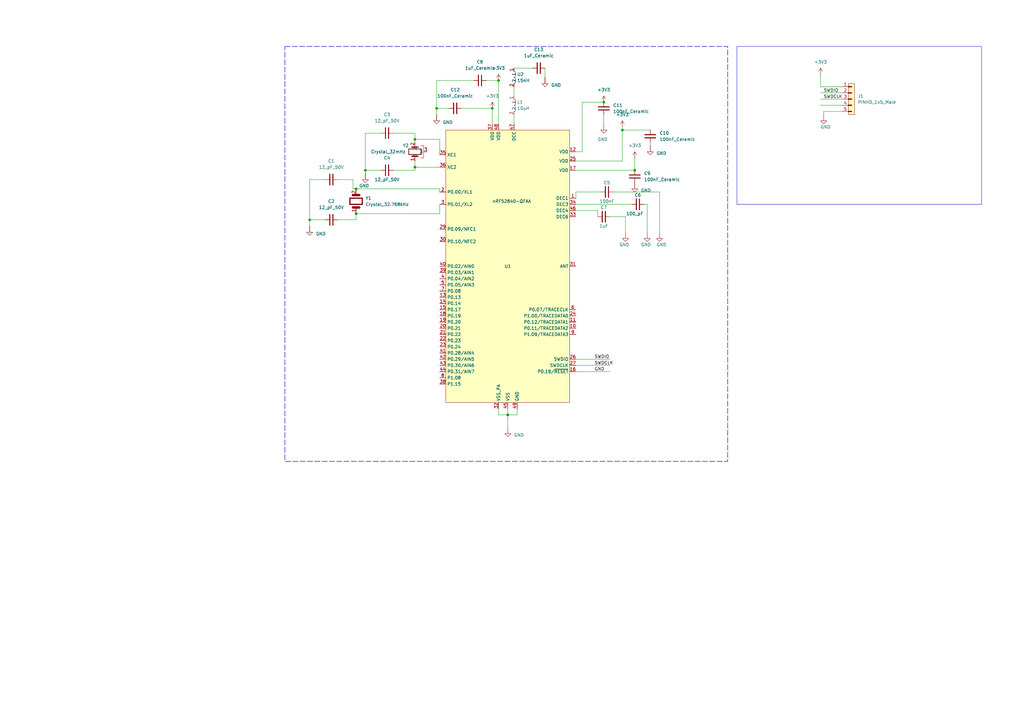
<source format=kicad_sch>
(kicad_sch (version 20230121) (generator eeschema)
  (paper "A3")
  (lib_symbols
    (symbol "CAP:100_pF_Ceramic"
      (property "Reference" "C" (at 0 7.62 0))
      (property "Value" "100_pF_Ceramic" (at 0 5.08 0))
      (symbol "100_pF_Ceramic_0_1"
        (rectangle (start -0.762 2.286) (end -0.508 -2.286) (fill (type outline)))
        (rectangle (start 0.508 2.286) (end 0.762 -2.286) (fill (type outline)))
      )
      (symbol "100_pF_Ceramic_1_1"
        (pin passive line (at -2.54 0 0) (length 2) (name "~") (number "1"))
        (pin input line (at 2.54 0 180) (length 2) (name "~") (number "2"))
      )
    )
    (symbol "CAP:12_pF_±2%_50V"
      (property "Reference" "C" (at 0 2.54 0))
      (property "Value" "12_pF_50V" (at 0 0 0))
      (symbol "12_pF_±2%_50V_0_1"
        (rectangle (start -0.762 -2.794) (end -0.508 -7.366) (fill (type outline)))
        (rectangle (start 0.508 -2.794) (end 0.762 -7.366) (fill (type outline)))
      )
      (symbol "12_pF_±2%_50V_1_1"
        (pin passive line (at -2.54 -5.08 0) (length 2) (name "~") (number "1"))
        (pin input line (at 2.54 -5.08 180) (length 2) (name "~") (number "2"))
      )
    )
    (symbol "CAP:1uF_Ceramic"
      (property "Reference" "C" (at 0 6.35 0))
      (property "Value" "1uF_Ceramic" (at 0 3.81 0))
      (symbol "1uF_Ceramic_0_1"
        (rectangle (start -0.762 2.286) (end -0.508 -2.286) (fill (type outline)))
        (rectangle (start 0.508 2.286) (end 0.762 -2.286) (fill (type outline)))
      )
      (symbol "1uF_Ceramic_1_1"
        (pin passive line (at -2.54 0 0) (length 2) (name "~") (number "1"))
        (pin input line (at 2.54 0 180) (length 2) (name "~") (number "2"))
      )
    )
    (symbol "CRIS:Crystal_32mHz"
      (property "Reference" "Y" (at 0 6.35 0))
      (property "Value" "Crystal_32mHz" (at 0 3.81 0))
      (symbol "Crystal_32mHz_0_1"
        (rectangle (start -1.143 2.54) (end 1.143 -2.54) (stroke (width 0.3048)))
        (polyline (pts (xy -2.54 0) (xy -1.905 0)))
        (polyline (pts (xy -1.905 -1.27) (xy -1.905 1.27)) (stroke (width 0.508)))
        (polyline (pts (xy 0 -3.81) (xy 0 -3.556)))
        (polyline (pts (xy 1.905 0) (xy 2.54 0)))
        (polyline (pts (xy 1.905 1.27) (xy 1.905 -1.27)) (stroke (width 0.508)))
        (polyline (pts (xy -2.54 -2.286) (xy -2.54 -3.556) (xy 2.54 -3.556) (xy 2.54 -2.286)))
      )
      (symbol "Crystal_32mHz_1_1"
        (pin passive line (at -3.81 0 0) (length 1.27) (name "1") (number "1"))
        (pin passive line (at 3.81 0 180) (length 1.27) (name "2") (number "2"))
        (pin passive line (at 0 -5.08 90) (length 1.27) (name "3") (number "3"))
      )
    )
    (symbol "Inductor:Inductor 10uH"
      (property "Reference" "L" (at 0 2.54 0))
      (property "Value" "10uH" (at -2.54 -2.54 90))
      (symbol "Inductor 10uH_0_1"
        (arc (start 0 -5.08) (mid 0.6323 -4.445) (end 0 -3.81))
        (arc (start 0 -3.81) (mid 0.6323 -3.175) (end 0 -2.54))
        (arc (start 0 -2.54) (mid 0.6323 -1.905) (end 0 -1.27))
        (arc (start 0 -1.27) (mid 0.6323 -0.635) (end 0 0))
      )
      (symbol "Inductor 10uH_1_1"
        (pin passive line (at 0 1.27 270) (length 1.27) (name "1") (number "1"))
        (pin passive line (at 0 -6.35 90) (length 1.27) (name "2") (number "2"))
      )
    )
    (symbol "Inductor:Inductor_15nH"
      (property "Reference" "U" (at 2.54 -1.27 0))
      (property "Value" "15nH" (at -2.54 -1.27 90))
      (symbol "Inductor_15nH_0_1"
        (arc (start 0 -3.81) (mid 0.6323 -3.175) (end 0 -2.54))
        (arc (start 0 -2.54) (mid 0.6323 -1.905) (end 0 -1.27))
        (arc (start 0 -1.27) (mid 0.6323 -0.635) (end 0 0))
        (arc (start 0 0) (mid 0.6323 0.635) (end 0 1.27))
      )
      (symbol "Inductor_15nH_1_1"
        (pin passive line (at 0 2.54 270) (length 1.27) (name "1") (number "1"))
        (pin passive line (at 0 -5.08 90) (length 1.27) (name "2") (number "2"))
      )
    )
    (symbol "PCM_SL_Capacitors:100nF_Ceramic"
      (property "Reference" "C" (at 0 6.35 0))
      (property "Value" "100nF_Ceramic" (at 0 3.81 0))
      (symbol "100nF_Ceramic_0_1"
        (rectangle (start -0.762 2.286) (end -0.508 -2.286) (fill (type outline)))
        (rectangle (start 0.508 2.286) (end 0.762 -2.286) (fill (type outline)))
      )
      (symbol "100nF_Ceramic_1_1"
        (pin passive line (at -2.54 0 0) (length 2) (name "~") (number "1"))
        (pin input line (at 2.54 0 180) (length 2) (name "~") (number "2"))
      )
    )
    (symbol "PCM_SL_Devices:Crystal_32.768kHz"
      (property "Reference" "Y" (at 0 7.62 0))
      (property "Value" "Crystal_32.768kHz" (at 0 5.08 0))
      (symbol "Crystal_32.768kHz_0_1"
        (rectangle (start -1.27 2.54) (end 1.27 -2.54) (stroke (width 0.5)))
        (polyline (pts (xy -2.54 1.27) (xy -2.54 -1.27)) (stroke (width 1)))
        (polyline (pts (xy 2.54 1.27) (xy 2.54 -1.27)) (stroke (width 1)))
      )
      (symbol "Crystal_32.768kHz_1_1"
        (pin passive line (at -5.08 0 0) (length 2.54) (name "") (number "1"))
        (pin passive line (at 5.08 0 180) (length 2.54) (name "") (number "2"))
      )
    )
    (symbol "PCM_SL_Pin_Headers:PINHD_1x5_Male"
      (property "Reference" "J" (at 0 10.16 0))
      (property "Value" "PINHD_1x5_Male" (at 0 7.62 0))
      (symbol "PINHD_1x5_Male_0_1"
        (rectangle (start -1.27 6.35) (end 1.27 -6.35) (fill (type background)))
        (polyline (pts (xy -1.27 -5.08) (xy 0 -5.08)) (stroke (width 0.3)))
        (polyline (pts (xy -1.27 -5.08) (xy 0 -5.08)) (stroke (width 0.5)))
        (polyline (pts (xy -1.27 -2.54) (xy 0 -2.54)) (stroke (width 0.3)))
        (polyline (pts (xy -1.27 -2.54) (xy 0 -2.54)) (stroke (width 0.5)))
        (polyline (pts (xy -1.27 0) (xy 0 0)) (stroke (width 0.3)))
        (polyline (pts (xy -1.27 0) (xy 0 0)) (stroke (width 0.5)))
        (polyline (pts (xy -1.27 2.54) (xy 0 2.54)) (stroke (width 0.3)))
        (polyline (pts (xy -1.27 2.54) (xy 0 2.54)) (stroke (width 0.5)))
        (polyline (pts (xy -1.27 5.08) (xy 0 5.08)) (stroke (width 0.3)))
        (polyline (pts (xy -1.27 5.08) (xy 0 5.08)) (stroke (width 0.5)))
      )
      (symbol "PINHD_1x5_Male_1_1"
        (pin passive line (at -3.81 5.08 0) (length 2.54) (name "") (number "1"))
        (pin passive line (at -3.81 2.54 0) (length 2.54) (name "") (number "2"))
        (pin passive line (at -3.81 0 0) (length 2.54) (name "") (number "3"))
        (pin passive line (at -3.81 -2.54 0) (length 2.54) (name "") (number "4"))
        (pin passive line (at -3.81 -5.08 0) (length 2.54) (name "") (number "5"))
      )
    )
    (symbol "POWER:GND" (power) (in_bom no) (on_board no)
      (property "Value" "GND" (at 0 0 0))
      (symbol "GND_0_1"
        (polyline (pts (xy 0 -3.81) (xy -1.27 -3.81) (xy 0 -5.08) (xy 1.27 -3.81) (xy 0 -3.81)))
      )
      (symbol "GND_1_1"
        (pin input line (at 0 -1.27 270) (length 2.54) (name "") (number ""))
      )
    )
    (symbol "nordic-lib-kicad-nrf52:nRF52840-QFAA"
      (property "Reference" "U" (at 0 0 0))
      (property "Value" "nRF52840-QFAA" (at 0 -2.54 0))
      (symbol "nRF52840-QFAA_0_0"
        (pin unspecified line (at 27.94 -25.4 180) (length 2.54) (name "P0.11/TRACEDATA2") (number "10"))
        (pin unspecified line (at 27.94 -22.86 180) (length 2.54) (name "P0.12/TRACEDATA1") (number "11"))
        (pin unspecified line (at -27.94 -12.7 0) (length 2.54) (name "P0.13") (number "13"))
        (pin unspecified line (at -27.94 -15.24 0) (length 2.54) (name "P0.14") (number "14"))
        (pin unspecified line (at -27.94 -17.78 0) (length 2.54) (name "P0.17") (number "15"))
        (pin unspecified line (at 27.94 39.37 180) (length 2.54) (name "VDD") (number "17"))
        (pin unspecified line (at -27.94 -20.32 0) (length 2.54) (name "P0.19") (number "18"))
        (pin unspecified line (at -27.94 -22.86 0) (length 2.54) (name "P0.20") (number "19"))
        (pin unspecified line (at -27.94 30.48 0) (length 2.54) (name "P0.00/XL1") (number "2"))
        (pin unspecified line (at -27.94 -25.4 0) (length 2.54) (name "P0.21") (number "20"))
        (pin unspecified line (at -27.94 -27.94 0) (length 2.54) (name "P0.22") (number "21"))
        (pin unspecified line (at -27.94 -30.48 0) (length 2.54) (name "P0.23") (number "22"))
        (pin unspecified line (at -27.94 -33.02 0) (length 2.54) (name "P0.24") (number "23"))
        (pin unspecified line (at 27.94 -20.32 180) (length 2.54) (name "P1.00/TRACEDATA0") (number "24"))
        (pin unspecified line (at 27.94 -38.1 180) (length 2.54) (name "SWDIO") (number "26"))
        (pin unspecified line (at 27.94 -40.64 180) (length 2.54) (name "SWDCLK") (number "27"))
        (pin unspecified line (at -27.94 15.24 0) (length 2.54) (name "P0.09/NFC1") (number "29"))
        (pin unspecified line (at -27.94 25.4 0) (length 2.54) (name "P0.01/XL2") (number "3"))
        (pin unspecified line (at -27.94 10.16 0) (length 2.54) (name "P0.10/NFC2") (number "30"))
        (pin unspecified line (at 27.94 0 180) (length 2.54) (name "ANT") (number "31"))
        (pin unspecified line (at -27.94 45.72 0) (length 2.54) (name "XC1") (number "35"))
        (pin unspecified line (at -27.94 40.64 0) (length 2.54) (name "XC2") (number "36"))
        (pin unspecified line (at -27.94 -48.26 0) (length 2.54) (name "P1.15") (number "38"))
        (pin unspecified line (at -27.94 -2.54 0) (length 2.54) (name "P0.03/AIN1") (number "39"))
        (pin unspecified line (at -27.94 -5.08 0) (length 2.54) (name "P0.04/AIN2") (number "4"))
        (pin unspecified line (at -27.94 0 0) (length 2.54) (name "P0.02/AIN0") (number "40"))
        (pin unspecified line (at -27.94 -35.56 0) (length 2.54) (name "P0.28/AIN4") (number "41"))
        (pin unspecified line (at -27.94 -38.1 0) (length 2.54) (name "P0.29/AIN5") (number "42"))
        (pin unspecified line (at -27.94 -40.64 0) (length 2.54) (name "P0.30/AIN6") (number "43"))
        (pin unspecified line (at -27.94 -43.18 0) (length 2.54) (name "P0.31/AIN7") (number "44"))
        (pin unspecified line (at 0 -58.42 90) (length 2.54) (name "VSS") (number "45"))
        (pin unspecified line (at 2.54 58.42 270) (length 2.54) (name "DCC") (number "47"))
        (pin unspecified line (at -27.94 -7.62 0) (length 2.54) (name "P0.05/AIN3") (number "5"))
        (pin unspecified line (at 27.94 -17.78 180) (length 2.54) (name "P0.07/TRACECLK") (number "6"))
        (pin unspecified line (at -27.94 -10.16 0) (length 2.54) (name "P0.08") (number "7"))
        (pin unspecified line (at -27.94 -45.72 0) (length 2.54) (name "P1.08") (number "8"))
        (pin unspecified line (at 27.94 -27.94 180) (length 2.54) (name "P1.09/TRACEDATA3") (number "9"))
      )
      (symbol "nRF52840-QFAA_1_0"
        (pin unspecified line (at 27.94 27.94 180) (length 2.54) (name "DEC1") (number "1"))
        (pin unspecified line (at 27.94 46.99 180) (length 2.54) (name "VDD") (number "12"))
        (pin unspecified line (at 27.94 -43.18 180) (length 2.54) (name "P0.18/~{RESET}") (number "16"))
        (pin unspecified line (at 27.94 43.18 180) (length 2.54) (name "VDD") (number "25"))
        (pin no_connect line (at 0 -38.1 90) (length 2.54) hide (name "NC") (number "28"))
        (pin unspecified line (at -3.81 -58.42 90) (length 2.54) (name "VSS_PA") (number "32"))
        (pin unspecified line (at 27.94 20.32 180) (length 2.54) (name "DEC6") (number "33"))
        (pin unspecified line (at 27.94 25.4 180) (length 2.54) (name "DEC3") (number "34"))
        (pin unspecified line (at -6.35 58.42 270) (length 2.54) (name "VDD") (number "37"))
        (pin unspecified line (at 27.94 22.86 180) (length 2.54) (name "DEC4") (number "46"))
        (pin unspecified line (at -3.81 58.42 270) (length 2.54) (name "VDD") (number "48"))
        (pin unspecified line (at 3.81 -58.42 90) (length 2.54) (name "GND") (number "49"))
      )
      (symbol "nRF52840-QFAA_1_1"
        (rectangle (start -25.4 55.88) (end 25.4 -55.88) (fill (type background)))
      )
    )
    (symbol "power:+3V3" (power) (pin_names (offset 0))
      (property "Value" "+3V3" (at 0 3.556 0))
      (symbol "+3V3_0_1"
        (polyline (pts (xy -0.762 1.27) (xy 0 2.54)))
        (polyline (pts (xy 0 0) (xy 0 2.54)))
        (polyline (pts (xy 0 2.54) (xy 0.762 1.27)))
      )
      (symbol "+3V3_1_1"
        (pin power_in line (at 0 0 90) (length 0) hide (name "+3V3") (number "1"))
      )
    )
  )
  (junction (at 170.18 68.58))
  (junction (at 255.27 53.34))
  (junction (at 179.07 44.45))
  (junction (at 260.35 69.85))
  (junction (at 201.93 44.45))
  (junction (at 149.86 69.85))
  (junction (at 208.28 170.18))
  (junction (at 146.05 77.47))
  (junction (at 170.18 57.15))
  (junction (at 204.47 33.02))
  (junction (at 127 90.17))
  (junction (at 146.05 87.63))
  (junction (at 247.65 41.91))
  (wire (pts (xy 336.55 38.1) (xy 345.44 38.1)))
  (wire (pts (xy 336.55 40.64) (xy 345.44 40.64)))
  (wire (pts (xy 149.86 54.61) (xy 149.86 69.85)))
  (wire (pts (xy 170.18 54.61) (xy 170.18 57.15)))
  (wire (pts (xy 236.22 147.32) (xy 250.19 147.32)))
  (wire (pts (xy 146.05 90.17) (xy 146.05 87.63)))
  (wire (pts (xy 336.55 35.56) (xy 336.55 30.48)))
  (wire (pts (xy 236.22 149.86) (xy 250.19 149.86)))
  (wire (pts (xy 266.7 53.34) (xy 255.27 53.34)))
  (wire (pts (xy 180.34 87.63) (xy 146.05 87.63)))
  (wire (pts (xy 161.29 69.85) (xy 170.18 69.85)))
  (wire (pts (xy 180.34 57.15) (xy 170.18 57.15)))
  (wire (pts (xy 270.51 78.74) (xy 270.51 95.25)))
  (wire (pts (xy 259.08 83.82) (xy 236.22 83.82)))
  (wire (pts (xy 212.09 167.64) (xy 212.09 170.18)))
  (wire (pts (xy 266.7 58.42) (xy 266.7 59.69)))
  (wire (pts (xy 204.47 170.18) (xy 208.28 170.18)))
  (wire (pts (xy 236.22 152.4) (xy 250.19 152.4)))
  (wire (pts (xy 247.65 41.91) (xy 238.76 41.91)))
  (wire (pts (xy 180.34 77.47) (xy 180.34 78.74)))
  (wire (pts (xy 184.15 44.45) (xy 179.07 44.45)))
  (wire (pts (xy 201.93 50.8) (xy 201.93 44.45)))
  (wire (pts (xy 250.19 88.9) (xy 256.54 88.9)))
  (wire (pts (xy 247.65 46.99) (xy 247.65 50.8)))
  (wire (pts (xy 337.82 45.72) (xy 337.82 46.99)))
  (wire (pts (xy 345.44 35.56) (xy 336.55 35.56)))
  (wire (pts (xy 127 73.66) (xy 133.35 73.66)))
  (wire (pts (xy 144.78 73.66) (xy 144.78 77.47)))
  (wire (pts (xy 161.29 54.61) (xy 170.18 54.61)))
  (wire (pts (xy 204.47 167.64) (xy 204.47 170.18)))
  (wire (pts (xy 133.35 90.17) (xy 127 90.17)))
  (wire (pts (xy 127 73.66) (xy 127 90.17)))
  (wire (pts (xy 170.18 58.42) (xy 170.18 57.15)))
  (wire (pts (xy 260.35 64.77) (xy 260.35 69.85)))
  (wire (pts (xy 236.22 66.04) (xy 255.27 66.04)))
  (wire (pts (xy 180.34 68.58) (xy 170.18 68.58)))
  (wire (pts (xy 236.22 78.74) (xy 246.38 78.74)))
  (wire (pts (xy 208.28 167.64) (xy 208.28 170.18)))
  (wire (pts (xy 245.11 86.36) (xy 245.11 88.9)))
  (wire (pts (xy 236.22 78.74) (xy 236.22 81.28)))
  (wire (pts (xy 138.43 73.66) (xy 144.78 73.66)))
  (wire (pts (xy 201.93 44.45) (xy 189.23 44.45)))
  (wire (pts (xy 265.43 83.82) (xy 265.43 95.25)))
  (wire (pts (xy 179.07 46.99) (xy 179.07 44.45)))
  (wire (pts (xy 204.47 33.02) (xy 199.39 33.02)))
  (wire (pts (xy 149.86 69.85) (xy 156.21 69.85)))
  (wire (pts (xy 208.28 170.18) (xy 208.28 175.26)))
  (wire (pts (xy 210.82 27.94) (xy 218.44 27.94)))
  (wire (pts (xy 210.82 46.99) (xy 210.82 50.8)))
  (wire (pts (xy 336.55 43.18) (xy 345.44 43.18)))
  (wire (pts (xy 138.43 90.17) (xy 146.05 90.17)))
  (wire (pts (xy 180.34 87.63) (xy 180.34 83.82)))
  (wire (pts (xy 236.22 69.85) (xy 260.35 69.85)))
  (wire (pts (xy 170.18 66.04) (xy 170.18 68.58)))
  (wire (pts (xy 264.16 83.82) (xy 265.43 83.82)))
  (wire (pts (xy 208.28 170.18) (xy 212.09 170.18)))
  (wire (pts (xy 156.21 54.61) (xy 149.86 54.61)))
  (wire (pts (xy 251.46 78.74) (xy 270.51 78.74)))
  (wire (pts (xy 238.76 62.23) (xy 238.76 41.91)))
  (wire (pts (xy 204.47 50.8) (xy 204.47 33.02)))
  (wire (pts (xy 179.07 33.02) (xy 194.31 33.02)))
  (wire (pts (xy 223.52 27.94) (xy 223.52 31.75)))
  (wire (pts (xy 210.82 35.56) (xy 210.82 39.37)))
  (wire (pts (xy 170.18 68.58) (xy 170.18 69.85)))
  (wire (pts (xy 179.07 33.02) (xy 179.07 44.45)))
  (wire (pts (xy 255.27 53.34) (xy 255.27 66.04)))
  (wire (pts (xy 236.22 62.23) (xy 238.76 62.23)))
  (wire (pts (xy 345.44 45.72) (xy 337.82 45.72)))
  (wire (pts (xy 236.22 86.36) (xy 245.11 86.36)))
  (wire (pts (xy 256.54 88.9) (xy 256.54 95.25)))
  (wire (pts (xy 180.34 77.47) (xy 146.05 77.47)))
  (wire (pts (xy 180.34 63.5) (xy 180.34 57.15)))
  (wire (pts (xy 144.78 77.47) (xy 146.05 77.47)))
  (wire (pts (xy 255.27 52.07) (xy 255.27 53.34)))
  (wire (pts (xy 127 90.17) (xy 127 92.71)))
  (wire (pts (xy 149.86 69.85) (xy 149.86 71.12)))
  (rectangle (start 302.26 19.05) (end 402.59 83.82))
  (rectangle (start 116.84 19.05) (end 298.45 189.23) (stroke (width 0.2) (type dash)))
  (label "GND" (at 243.84 152.4 0))
  (label "SWDIO" (at 337.82 38.1 0))
  (label "SWDCLK" (at 337.82 40.64 0))
  (label "SWDIO" (at 243.84 147.32 0))
  (label "SWDCLK" (at 243.84 149.86 0))
  (symbol (lib_id "CAP:100_pF_Ceramic") (at 261.62 83.82 0) (unit 1)
    (property "Reference" "C6" (at 261.62 80.01 0))
    (property "Value" "100_pF" (at 260.35 87.63 0))
  )
  (symbol (lib_id "power:+3V3") (at 255.27 52.07 0) (unit 1)
    (property "Reference" "#PWR02" (effects hide))
    (property "Value" "+3V3" (at 255.27 46.99 0))
  )
  (symbol (lib_id "power:+3V3") (at 204.47 33.02 0) (unit 1)
    (property "Reference" "#PWR04" (effects hide))
    (property "Value" "+3V3" (at 204.47 27.94 0))
  )
  (symbol (lib_id "POWER:GND") (at 337.82 45.72 0) (unit 1) (in_bom no) (on_board no)
    (property "Reference" "GND012" (effects hide))
    (property "Value" "GND" (at 336.55 52.07 0) (effects (justify left)))
  )
  (symbol (lib_id "PCM_SL_Devices:Crystal_32.768kHz") (at 146.05 82.55 90) (unit 1)
    (property "Reference" "Y1" (at 149.86 81.28 90) (effects (justify right)))
    (property "Value" "Crystal_32.768kHz" (at 149.86 83.82 90) (effects (justify right)))
    (property "Footprint" "Crystal:Crystal_AT310_D3.0mm_L10.0mm_Horizontal" (effects hide))
  )
  (symbol (lib_id "Inductor:Inductor 10uH") (at 210.82 40.64 0) (unit 1)
    (property "Reference" "L1" (at 212.09 41.91 0) (effects (justify left)))
    (property "Value" "10uH" (at 212.09 44.45 0) (effects (justify left)))
  )
  (symbol (lib_id "PCM_SL_Capacitors:100nF_Ceramic") (at 266.7 55.88 90) (unit 1)
    (property "Reference" "C10" (at 270.51 54.61 90) (effects (justify right)))
    (property "Value" "100nF_Ceramic" (at 270.51 57.15 90) (effects (justify right)))
    (property "Footprint" "Capacitor_THT:C_Disc_D5.0mm_W2.5mm_P2.50mm" (effects hide))
  )
  (symbol (lib_id "POWER:GND") (at 208.28 173.99 0) (unit 1) (in_bom no) (on_board no)
    (property "Reference" "GND03" (effects hide))
    (property "Value" "GND" (at 210.82 178.435 0) (effects (justify left)))
  )
  (symbol (lib_id "CAP:12_pF_±2%_50V") (at 135.89 85.09 0) (unit 1)
    (property "Reference" "C2" (at 135.89 82.55 0))
    (property "Value" "12_pF_50V" (at 135.89 85.09 0))
  )
  (symbol (lib_id "CRIS:Crystal_32mHz") (at 170.18 62.23 90) (unit 1)
    (property "Reference" "Y2" (at 167.64 59.69 90) (effects (justify left)))
    (property "Value" "Crystal_32mHz" (at 166.37 62.23 90) (effects (justify left)))
  )
  (symbol (lib_id "POWER:GND") (at 265.43 93.98 0) (unit 1) (in_bom no) (on_board no)
    (property "Reference" "GND05" (effects hide))
    (property "Value" "GND" (at 262.89 100.33 0) (effects (justify left)))
  )
  (symbol (lib_id "power:+3V3") (at 336.55 30.48 0) (unit 1)
    (property "Reference" "#PWR06" (effects hide))
    (property "Value" "+3V3" (at 336.55 25.4 0))
  )
  (symbol (lib_id "nordic-lib-kicad-nrf52:nRF52840-QFAA") (at 208.28 109.22 0) (unit 1)
    (property "Reference" "U1" (at 208.28 109.22 0))
    (property "Value" "nRF52840-QFAA" (at 201.93 82.55 0) (effects (justify left)))
    (property "Footprint" "Package_DFN_QFN:QFN-48-1EP_6x6mm_P0.4mm_EP4.6x4.6mm" (effects hide))
  )
  (symbol (lib_id "POWER:GND") (at 260.35 73.66 0) (unit 1) (in_bom no) (on_board no)
    (property "Reference" "GND08" (effects hide))
    (property "Value" "GND" (at 262.89 78.105 0) (effects (justify left)))
  )
  (symbol (lib_id "POWER:GND") (at 247.65 49.53 0) (unit 1) (in_bom no) (on_board no)
    (property "Reference" "GND010" (effects hide))
    (property "Value" "GND" (at 245.11 57.15 0) (effects (justify left)))
  )
  (symbol (lib_id "CAP:1uF_Ceramic") (at 220.98 27.94 0) (unit 1)
    (property "Reference" "C13" (at 220.98 20.32 0))
    (property "Value" "1uF_Ceramic" (at 220.98 22.86 0))
  )
  (symbol (lib_id "POWER:GND") (at 266.7 58.42 0) (unit 1) (in_bom no) (on_board no)
    (property "Reference" "GND011" (effects hide))
    (property "Value" "GND" (at 269.24 62.865 0) (effects (justify left)))
  )
  (symbol (lib_id "CAP:12_pF_±2%_50V") (at 158.75 49.53 0) (unit 1)
    (property "Reference" "C3" (at 158.75 46.99 0))
    (property "Value" "12_pF_50V" (at 158.75 49.53 0))
  )
  (symbol (lib_id "POWER:GND") (at 223.52 30.48 0) (unit 1) (in_bom no) (on_board no)
    (property "Reference" "GND09" (effects hide))
    (property "Value" "GND" (at 226.06 34.925 0) (effects (justify left)))
  )
  (symbol (lib_id "CAP:12_pF_±2%_50V") (at 135.89 68.58 0) (unit 1)
    (property "Reference" "C1" (at 135.89 66.04 0))
    (property "Value" "12_pF_50V" (at 135.89 68.58 0))
  )
  (symbol (lib_id "POWER:GND") (at 270.51 93.98 0) (unit 1) (in_bom no) (on_board no)
    (property "Reference" "GND04" (effects hide))
    (property "Value" "GND" (at 269.24 100.33 0) (effects (justify left)))
  )
  (symbol (lib_id "power:+3V3") (at 247.65 41.91 0) (unit 1)
    (property "Reference" "#PWR01" (effects hide))
    (property "Value" "+3V3" (at 247.65 36.83 0))
  )
  (symbol (lib_id "PCM_SL_Capacitors:100nF_Ceramic") (at 260.35 72.39 90) (unit 1)
    (property "Reference" "C9" (at 264.16 71.12 90) (effects (justify right)))
    (property "Value" "100nF_Ceramic" (at 264.16 73.66 90) (effects (justify right)))
    (property "Footprint" "Capacitor_THT:C_Disc_D5.0mm_W2.5mm_P2.50mm" (effects hide))
  )
  (symbol (lib_id "power:+3V3") (at 201.93 44.45 0) (unit 1)
    (property "Reference" "#PWR05" (effects hide))
    (property "Value" "+3V3" (at 201.93 39.37 0))
  )
  (symbol (lib_id "PCM_SL_Capacitors:100nF_Ceramic") (at 186.69 44.45 0) (unit 1)
    (property "Reference" "C12" (at 186.69 36.83 0))
    (property "Value" "100nF_Ceramic" (at 186.69 39.37 0))
    (property "Footprint" "Capacitor_THT:C_Disc_D5.0mm_W2.5mm_P2.50mm" (effects hide))
  )
  (symbol (lib_id "PCM_SL_Capacitors:100nF_Ceramic") (at 247.65 44.45 90) (unit 1)
    (property "Reference" "C11" (at 251.46 43.18 90) (effects (justify right)))
    (property "Value" "100nF_Ceramic" (at 251.46 45.72 90) (effects (justify right)))
    (property "Footprint" "Capacitor_THT:C_Disc_D5.0mm_W2.5mm_P2.50mm" (effects hide))
  )
  (symbol (lib_id "Inductor:Inductor_15nH") (at 210.82 30.48 0) (unit 1)
    (property "Reference" "U2" (at 212.09 30.48 0) (effects (justify left)))
    (property "Value" "15nH" (at 212.09 33.02 0) (effects (justify left)))
  )
  (symbol (lib_id "CAP:1uF_Ceramic") (at 247.65 88.9 0) (unit 1)
    (property "Reference" "C7" (at 247.65 85.09 0))
    (property "Value" "1uF" (at 247.65 92.71 0))
  )
  (symbol (lib_id "POWER:GND") (at 149.86 69.85 0) (unit 1) (in_bom no) (on_board no)
    (property "Reference" "GND02" (effects hide))
    (property "Value" "GND" (at 147.32 76.2 0) (effects (justify left)))
  )
  (symbol (lib_id "PCM_SL_Capacitors:100nF_Ceramic") (at 248.92 78.74 180) (unit 1)
    (property "Reference" "C5" (at 248.92 74.93 0))
    (property "Value" "100nF" (at 248.92 82.55 0))
    (property "Footprint" "Capacitor_THT:C_Disc_D5.0mm_W2.5mm_P2.50mm" (effects hide))
  )
  (symbol (lib_id "PCM_SL_Pin_Headers:PINHD_1x5_Male") (at 349.25 40.64 0) (unit 1)
    (property "Reference" "J1" (at 351.79 39.37 0) (effects (justify left)))
    (property "Value" "PINHD_1x5_Male" (at 351.79 41.91 0) (effects (justify left)))
    (property "Footprint" "Connector_PinHeader_2.54mm:PinHeader_1x05_P2.54mm_Vertical" (effects hide))
  )
  (symbol (lib_id "POWER:GND") (at 256.54 93.98 0) (unit 1) (in_bom no) (on_board no)
    (property "Reference" "GND06" (effects hide))
    (property "Value" "GND" (at 254 100.33 0) (effects (justify left)))
  )
  (symbol (lib_id "CAP:12_pF_±2%_50V") (at 158.75 64.77 0) (unit 1)
    (property "Reference" "C4" (at 158.75 64.77 0))
    (property "Value" "12_pF_50V" (at 158.75 73.66 0))
  )
  (symbol (lib_id "POWER:GND") (at 179.07 45.72 0) (unit 1) (in_bom no) (on_board no)
    (property "Reference" "GND07" (effects hide))
    (property "Value" "GND" (at 181.61 50.165 0) (effects (justify left)))
  )
  (symbol (lib_id "CAP:1uF_Ceramic") (at 196.85 33.02 0) (unit 1)
    (property "Reference" "C8" (at 196.85 25.4 0))
    (property "Value" "1uF_Ceramic" (at 196.85 27.94 0))
  )
  (symbol (lib_id "power:+3V3") (at 260.35 64.77 0) (unit 1)
    (property "Reference" "#PWR03" (effects hide))
    (property "Value" "+3V3" (at 260.35 59.69 0))
  )
  (symbol (lib_id "POWER:GND") (at 127 91.44 0) (unit 1) (in_bom no) (on_board no)
    (property "Reference" "GND01" (effects hide))
    (property "Value" "GND" (at 129.54 95.885 0) (effects (justify left)))
  )
)
</source>
